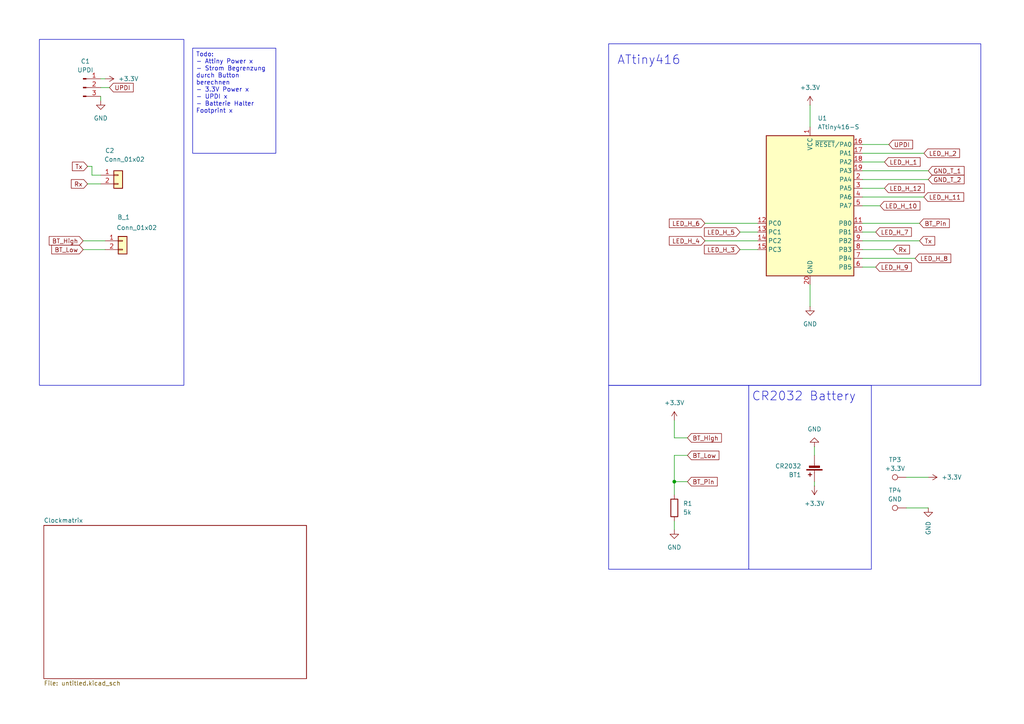
<source format=kicad_sch>
(kicad_sch (version 20231120) (generator "eeschema") (generator_version "8.0")
  (paper "A4")
  (lib_symbols
    (symbol "Connector:Conn_01x03_Pin" (pin_names (offset 1.016) hide)
      (property "Reference" "J" (at 0 5.08 0))
      (property "Value" "Conn_01x03_Pin" (at 0 -5.08 0))
      (symbol "Conn_01x03_Pin_1_1"
        (polyline (pts (xy 1.27 -2.54) (xy 0.8636 -2.54)) (stroke (width 0.1524)))
        (polyline (pts (xy 1.27 0) (xy 0.8636 0)) (stroke (width 0.1524)))
        (polyline (pts (xy 1.27 2.54) (xy 0.8636 2.54)) (stroke (width 0.1524)))
        (rectangle (start 0.8636 -2.413) (end 0 -2.667) (stroke (width 0.1524)) (fill (type outline)))
        (rectangle (start 0.8636 0.127) (end 0 -0.127) (stroke (width 0.1524)) (fill (type outline)))
        (rectangle (start 0.8636 2.667) (end 0 2.413) (stroke (width 0.1524)) (fill (type outline)))
        (pin passive line (at 5.08 2.54 180) (length 3.81) (name "Pin_1") (number "1"))
        (pin passive line (at 5.08 0 180) (length 3.81) (name "Pin_2") (number "2"))
        (pin passive line (at 5.08 -2.54 180) (length 3.81) (name "Pin_3") (number "3"))
      )
    )
    (symbol "Connector:TestPoint" (pin_numbers hide) (pin_names (offset 0.762) hide)
      (property "Reference" "TP" (at 0 6.858 0))
      (property "Value" "TestPoint" (at 0 5.08 0))
      (symbol "TestPoint_0_1"
        (circle (center 0 3.302) (radius 0.762))
      )
      (symbol "TestPoint_1_1"
        (pin passive line (at 0 0 90) (length 2.54) (name "1") (number "1"))
      )
    )
    (symbol "Connector_Generic:Conn_01x02" (pin_names (offset 1.016) hide)
      (property "Reference" "J" (at 0 2.54 0))
      (property "Value" "Conn_01x02" (at 0 -5.08 0))
      (symbol "Conn_01x02_1_1"
        (rectangle (start -1.27 -2.413) (end 0 -2.667) (stroke (width 0.1524)))
        (rectangle (start -1.27 0.127) (end 0 -0.127) (stroke (width 0.1524)))
        (rectangle (start -1.27 1.27) (end 1.27 -3.81) (stroke (width 0.254)) (fill (type background)))
        (pin passive line (at -5.08 0 0) (length 3.81) (name "Pin_1") (number "1"))
        (pin passive line (at -5.08 -2.54 0) (length 3.81) (name "Pin_2") (number "2"))
      )
    )
    (symbol "Device:Battery_Cell" (pin_numbers hide) (pin_names (offset 0) hide)
      (property "Reference" "BT" (at 2.54 2.54 0))
      (property "Value" "Battery_Cell" (at 2.54 0 0))
      (symbol "Battery_Cell_0_1"
        (rectangle (start -2.286 1.778) (end 2.286 1.524) (fill (type outline)))
        (rectangle (start -1.524 1.016) (end 1.524 0.508) (fill (type outline)))
        (polyline (pts (xy 0 0.762) (xy 0 0)))
        (polyline (pts (xy 0 1.778) (xy 0 2.54)))
        (polyline (pts (xy 0.762 3.048) (xy 1.778 3.048)) (stroke (width 0.254)))
        (polyline (pts (xy 1.27 3.556) (xy 1.27 2.54)) (stroke (width 0.254)))
      )
      (symbol "Battery_Cell_1_1"
        (pin passive line (at 0 5.08 270) (length 2.54) (name "+") (number "1"))
        (pin passive line (at 0 -2.54 90) (length 2.54) (name "-") (number "2"))
      )
    )
    (symbol "Device:R" (pin_numbers hide) (pin_names (offset 0))
      (property "Reference" "R" (at 2.032 0 90))
      (property "Value" "R" (at 0 0 90))
      (symbol "R_0_1"
        (rectangle (start -1.016 -2.54) (end 1.016 2.54) (stroke (width 0.254)))
      )
      (symbol "R_1_1"
        (pin passive line (at 0 3.81 270) (length 1.27) (name "~") (number "1"))
        (pin passive line (at 0 -3.81 90) (length 1.27) (name "~") (number "2"))
      )
    )
    (symbol "MCU_Microchip_ATtiny:ATtiny416-S"
      (property "Reference" "U" (at -12.7 21.59 0))
      (property "Value" "ATtiny416-S" (at 2.54 -21.59 0))
      (symbol "ATtiny416-S_0_1"
        (rectangle (start -12.7 -20.32) (end 12.7 20.32) (stroke (width 0.254)) (fill (type background)))
      )
      (symbol "ATtiny416-S_1_1"
        (pin power_in line (at 0 22.86 270) (length 2.54) (name "VCC") (number "1"))
        (pin bidirectional line (at 15.24 -7.62 180) (length 2.54) (name "PB1") (number "10"))
        (pin bidirectional line (at 15.24 -5.08 180) (length 2.54) (name "PB0") (number "11"))
        (pin bidirectional line (at -15.24 -5.08 0) (length 2.54) (name "PC0") (number "12"))
        (pin bidirectional line (at -15.24 -7.62 0) (length 2.54) (name "PC1") (number "13"))
        (pin bidirectional line (at -15.24 -10.16 0) (length 2.54) (name "PC2") (number "14"))
        (pin bidirectional line (at -15.24 -12.7 0) (length 2.54) (name "PC3") (number "15"))
        (pin bidirectional line (at 15.24 17.78 180) (length 2.54) (name "~{RESET}/PA0") (number "16"))
        (pin bidirectional line (at 15.24 15.24 180) (length 2.54) (name "PA1") (number "17"))
        (pin bidirectional line (at 15.24 12.7 180) (length 2.54) (name "PA2") (number "18"))
        (pin bidirectional line (at 15.24 10.16 180) (length 2.54) (name "PA3") (number "19"))
        (pin bidirectional line (at 15.24 7.62 180) (length 2.54) (name "PA4") (number "2"))
        (pin power_in line (at 0 -22.86 90) (length 2.54) (name "GND") (number "20"))
        (pin bidirectional line (at 15.24 5.08 180) (length 2.54) (name "PA5") (number "3"))
        (pin bidirectional line (at 15.24 2.54 180) (length 2.54) (name "PA6") (number "4"))
        (pin bidirectional line (at 15.24 0 180) (length 2.54) (name "PA7") (number "5"))
        (pin bidirectional line (at 15.24 -17.78 180) (length 2.54) (name "PB5") (number "6"))
        (pin bidirectional line (at 15.24 -15.24 180) (length 2.54) (name "PB4") (number "7"))
        (pin bidirectional line (at 15.24 -12.7 180) (length 2.54) (name "PB3") (number "8"))
        (pin bidirectional line (at 15.24 -10.16 180) (length 2.54) (name "PB2") (number "9"))
      )
    )
    (symbol "power:+3.3V" (power) (pin_numbers hide) (pin_names (offset 0) hide)
      (property "Value" "+3.3V" (at 0 3.556 0))
      (symbol "+3.3V_0_1"
        (polyline (pts (xy -0.762 1.27) (xy 0 2.54)))
        (polyline (pts (xy 0 0) (xy 0 2.54)))
        (polyline (pts (xy 0 2.54) (xy 0.762 1.27)))
      )
      (symbol "+3.3V_1_1"
        (pin power_in line (at 0 0 90) (length 0) (name "~") (number "1"))
      )
    )
    (symbol "power:GND" (power) (pin_numbers hide) (pin_names (offset 0) hide)
      (property "Value" "GND" (at 0 -3.81 0))
      (symbol "GND_0_1"
        (polyline (pts (xy 0 0) (xy 0 -1.27) (xy 1.27 -1.27) (xy 0 -2.54) (xy -1.27 -1.27) (xy 0 -1.27)))
      )
      (symbol "GND_1_1"
        (pin power_in line (at 0 0 270) (length 0) (name "~") (number "1"))
      )
    )
  )
  (junction (at 195.58 139.7))
  (wire (pts (xy 29.21 25.4) (xy 31.75 25.4)))
  (wire (pts (xy 24.13 72.39) (xy 30.48 72.39)))
  (wire (pts (xy 25.4 48.26) (xy 26.67 48.26)))
  (wire (pts (xy 236.22 132.08) (xy 236.22 129.54)))
  (wire (pts (xy 250.19 72.39) (xy 259.08 72.39)))
  (wire (pts (xy 236.22 140.97) (xy 236.22 139.7)))
  (wire (pts (xy 250.19 44.45) (xy 267.97 44.45)))
  (wire (pts (xy 250.19 67.31) (xy 254 67.31)))
  (wire (pts (xy 250.19 77.47) (xy 254 77.47)))
  (wire (pts (xy 195.58 139.7) (xy 195.58 143.51)))
  (wire (pts (xy 265.43 74.93) (xy 250.19 74.93)))
  (wire (pts (xy 262.89 138.43) (xy 269.24 138.43)))
  (wire (pts (xy 195.58 132.08) (xy 195.58 139.7)))
  (wire (pts (xy 26.67 50.8) (xy 29.21 50.8)))
  (wire (pts (xy 262.89 147.32) (xy 269.24 147.32)))
  (wire (pts (xy 195.58 151.13) (xy 195.58 153.67)))
  (wire (pts (xy 30.48 22.86) (xy 29.21 22.86)))
  (wire (pts (xy 195.58 139.7) (xy 199.39 139.7)))
  (wire (pts (xy 24.13 69.85) (xy 30.48 69.85)))
  (wire (pts (xy 29.21 29.21) (xy 29.21 27.94)))
  (wire (pts (xy 214.63 72.39) (xy 219.71 72.39)))
  (wire (pts (xy 250.19 57.15) (xy 267.97 57.15)))
  (wire (pts (xy 250.19 59.69) (xy 255.27 59.69)))
  (wire (pts (xy 26.67 48.26) (xy 26.67 50.8)))
  (wire (pts (xy 234.95 88.9) (xy 234.95 82.55)))
  (wire (pts (xy 25.4 53.34) (xy 29.21 53.34)))
  (wire (pts (xy 250.19 41.91) (xy 257.81 41.91)))
  (wire (pts (xy 195.58 121.92) (xy 195.58 127)))
  (wire (pts (xy 250.19 54.61) (xy 256.54 54.61)))
  (wire (pts (xy 199.39 132.08) (xy 195.58 132.08)))
  (wire (pts (xy 204.47 69.85) (xy 219.71 69.85)))
  (wire (pts (xy 250.19 69.85) (xy 266.7 69.85)))
  (wire (pts (xy 250.19 46.99) (xy 256.54 46.99)))
  (wire (pts (xy 250.19 52.07) (xy 269.24 52.07)))
  (wire (pts (xy 234.95 30.48) (xy 234.95 36.83)))
  (wire (pts (xy 195.58 127) (xy 199.39 127)))
  (wire (pts (xy 214.63 67.31) (xy 219.71 67.31)))
  (wire (pts (xy 250.19 64.77) (xy 266.7 64.77)))
  (wire (pts (xy 204.47 64.77) (xy 219.71 64.77)))
  (wire (pts (xy 250.19 49.53) (xy 269.24 49.53)))
  (rectangle (start 217.17 111.76) (end 252.73 165.1))
  (rectangle (start 11.43 11.43) (end 53.34 111.76))
  (rectangle (start 176.53 111.76) (end 217.17 165.1))
  (rectangle (start 176.53 12.7) (end 284.48 111.76))
  (text_box "Todo:\n- Attiny Power x\n- Strom Begrenzung durch Button berechnen\n- 3.3V Power x\n- UPDI x\n- Batterie Halter Footprint x\n" (at 55.88 13.97 0) (size 24.13 30.48) (effects (font (size 1.27 1.27)) (justify left top)))
  (text "CR2032 Battery\n" (at 233.172 115.062 0) (effects (font (size 2.54 2.54))))
  (text "ATtiny416\n" (at 188.214 17.526 0) (effects (font (size 2.54 2.54))))
  (global_label "UPDI" (shape input) (at 257.81 41.91 0) (property "Intersheetrefs" "${INTERSHEET_REFS}" (effects (hide yes))))
  (global_label "BT_Pin" (shape input) (at 266.7 64.77 0) (property "Intersheetrefs" "${INTERSHEET_REFS}" (effects (hide yes))))
  (global_label "UPDI" (shape input) (at 31.75 25.4 0) (property "Intersheetrefs" "${INTERSHEET_REFS}" (effects (hide yes))))
  (global_label "LED_H_11" (shape input) (at 267.97 57.15 0) (property "Intersheetrefs" "${INTERSHEET_REFS}" (effects (hide yes))))
  (global_label "LED_H_3" (shape input) (at 214.63 72.39 180) (property "Intersheetrefs" "${INTERSHEET_REFS}" (effects (hide yes))))
  (global_label "Tx" (shape input) (at 25.4 48.26 180) (property "Intersheetrefs" "${INTERSHEET_REFS}" (effects (hide yes))))
  (global_label "LED_H_7" (shape input) (at 254 67.31 0) (property "Intersheetrefs" "${INTERSHEET_REFS}" (effects (hide yes))))
  (global_label "LED_H_2" (shape input) (at 267.97 44.45 0) (property "Intersheetrefs" "${INTERSHEET_REFS}" (effects (hide yes))))
  (global_label "BT_Low" (shape input) (at 199.39 132.08 0) (property "Intersheetrefs" "${INTERSHEET_REFS}" (effects (hide yes))))
  (global_label "LED_H_10" (shape input) (at 255.27 59.69 0) (property "Intersheetrefs" "${INTERSHEET_REFS}" (effects (hide yes))))
  (global_label "GND_T_2" (shape input) (at 269.24 52.07 0) (property "Intersheetrefs" "${INTERSHEET_REFS}" (effects (hide yes))))
  (global_label "Rx" (shape input) (at 25.4 53.34 180) (property "Intersheetrefs" "${INTERSHEET_REFS}" (effects (hide yes))))
  (global_label "Tx" (shape input) (at 266.7 69.85 0) (property "Intersheetrefs" "${INTERSHEET_REFS}" (effects (hide yes))))
  (global_label "LED_H_6" (shape input) (at 204.47 64.77 180) (property "Intersheetrefs" "${INTERSHEET_REFS}" (effects (hide yes))))
  (global_label "LED_H_5" (shape input) (at 214.63 67.31 180) (property "Intersheetrefs" "${INTERSHEET_REFS}" (effects (hide yes))))
  (global_label "BT_Pin" (shape input) (at 199.39 139.7 0) (property "Intersheetrefs" "${INTERSHEET_REFS}" (effects (hide yes))))
  (global_label "Rx" (shape input) (at 259.08 72.39 0) (property "Intersheetrefs" "${INTERSHEET_REFS}" (effects (hide yes))))
  (global_label "LED_H_12" (shape input) (at 256.54 54.61 0) (property "Intersheetrefs" "${INTERSHEET_REFS}" (effects (hide yes))))
  (global_label "LED_H_4" (shape input) (at 204.47 69.85 180) (property "Intersheetrefs" "${INTERSHEET_REFS}" (effects (hide yes))))
  (global_label "LED_H_9" (shape input) (at 254 77.47 0) (property "Intersheetrefs" "${INTERSHEET_REFS}" (effects (hide yes))))
  (global_label "LED_H_8" (shape input) (at 265.43 74.93 0) (property "Intersheetrefs" "${INTERSHEET_REFS}" (effects (hide yes))))
  (global_label "BT_High" (shape input) (at 24.13 69.85 180) (property "Intersheetrefs" "${INTERSHEET_REFS}" (effects (hide yes))))
  (global_label "GND_T_1" (shape input) (at 269.24 49.53 0) (property "Intersheetrefs" "${INTERSHEET_REFS}" (effects (hide yes))))
  (global_label "BT_Low" (shape input) (at 24.13 72.39 180) (property "Intersheetrefs" "${INTERSHEET_REFS}" (effects (hide yes))))
  (global_label "LED_H_1" (shape input) (at 256.54 46.99 0) (property "Intersheetrefs" "${INTERSHEET_REFS}" (effects (hide yes))))
  (global_label "BT_High" (shape input) (at 199.39 127 0) (property "Intersheetrefs" "${INTERSHEET_REFS}" (effects (hide yes))))
  (symbol (lib_id "Device:R") (at 195.58 147.32 0) (unit 1)
    (property "Reference" "R1" (at 198.12 146.0499 0) (effects (justify left)))
    (property "Value" "5k" (at 198.12 148.5899 0) (effects (justify left)))
    (property "Footprint" "Resistor_SMD:R_0805_2012Metric_Pad1.20x1.40mm_HandSolder" (effects (hide yes)))
    (property "Description" "Resistor" (effects (hide yes)))
  )
  (symbol (lib_id "power:GND") (at 269.24 147.32 0) (unit 1)
    (property "Reference" "#PWR015" (effects (hide yes)))
    (property "Value" "GND" (at 269.2401 151.13 90) (effects (justify right)))
    (property "Description" "Power symbol creates a global label with name \"GND\" , ground" (effects (hide yes)))
  )
  (symbol (lib_id "power:+3.3V") (at 195.58 121.92 0) (unit 1)
    (property "Reference" "#PWR04" (effects (hide yes)))
    (property "Value" "+3.3V" (at 195.58 116.84 0))
    (property "Description" "Power symbol creates a global label with name \"+3.3V\"" (effects (hide yes)))
  )
  (symbol (lib_id "power:GND") (at 236.22 129.54 180) (unit 1)
    (property "Reference" "#PWR012" (effects (hide yes)))
    (property "Value" "GND" (at 236.22 124.46 0))
    (property "Description" "Power symbol creates a global label with name \"GND\" , ground" (effects (hide yes)))
  )
  (symbol (lib_id "MCU_Microchip_ATtiny:ATtiny416-S") (at 234.95 59.69 0) (unit 1)
    (property "Reference" "U1" (at 237.1441 34.29 0) (effects (justify left)))
    (property "Value" "ATtiny416-S" (at 237.1441 36.83 0) (effects (justify left)))
    (property "Footprint" "Package_SO:SOIC-20W_7.5x12.8mm_P1.27mm" (effects (hide yes)))
    (property "Datasheet" "http://ww1.microchip.com/downloads/en/DeviceDoc/40001913A.pdf" (effects (hide yes)))
    (property "Description" "20MHz, 4kB Flash, 256B SRAM, 128B EEPROM, SOIC-20" (effects (hide yes)))
  )
  (symbol (lib_id "power:+3.3V") (at 30.48 22.86 270) (unit 1)
    (property "Reference" "#PWR08" (effects (hide yes)))
    (property "Value" "+3.3V" (at 34.29 22.8599 90) (effects (justify left)))
    (property "Description" "Power symbol creates a global label with name \"+3.3V\"" (effects (hide yes)))
  )
  (symbol (lib_id "Connector_Generic:Conn_01x02") (at 35.56 69.85 0) (unit 1)
    (property "Reference" "B_1" (at 34.036 62.992 0) (effects (justify left)))
    (property "Value" "Conn_01x02" (at 33.782 66.04 0) (effects (justify left)))
    (property "Footprint" "Connector_PinHeader_2.54mm:PinHeader_1x02_P2.54mm_Vertical" (effects (hide yes)))
    (property "Description" "Generic connector, single row, 01x02, script generated (kicad-library-utils/schlib/autogen/connector/)" (effects (hide yes)))
  )
  (symbol (lib_id "power:+3.3V") (at 269.24 138.43 270) (unit 1)
    (property "Reference" "#PWR016" (effects (hide yes)))
    (property "Value" "+3.3V" (at 273.05 138.4299 90) (effects (justify left)))
    (property "Description" "Power symbol creates a global label with name \"+3.3V\"" (effects (hide yes)))
  )
  (symbol (lib_id "power:+3.3V") (at 234.95 30.48 0) (unit 1)
    (property "Reference" "#PWR02" (effects (hide yes)))
    (property "Value" "+3.3V" (at 234.95 25.4 0))
    (property "Description" "Power symbol creates a global label with name \"+3.3V\"" (effects (hide yes)))
  )
  (symbol (lib_id "power:GND") (at 234.95 88.9 0) (unit 1)
    (property "Reference" "#PWR03" (effects (hide yes)))
    (property "Value" "GND" (at 234.95 93.98 0))
    (property "Description" "Power symbol creates a global label with name \"GND\" , ground" (effects (hide yes)))
  )
  (symbol (lib_id "Connector:Conn_01x03_Pin") (at 24.13 25.4 0) (unit 1)
    (property "Reference" "C1" (at 24.765 17.78 0))
    (property "Value" "UPDI" (at 24.765 20.32 0))
    (property "Footprint" "Connector_PinHeader_2.54mm:PinHeader_1x03_P2.54mm_Vertical" (effects (hide yes)))
    (property "Description" "Generic connector, single row, 01x03, script generated" (effects (hide yes)))
  )
  (symbol (lib_id "power:GND") (at 29.21 29.21 0) (unit 1)
    (property "Reference" "#PWR09" (effects (hide yes)))
    (property "Value" "GND" (at 29.21 34.29 0))
    (property "Description" "Power symbol creates a global label with name \"GND\" , ground" (effects (hide yes)))
  )
  (symbol (lib_id "Connector:TestPoint") (at 262.89 147.32 90) (unit 1)
    (property "Reference" "TP4" (at 259.588 142.24 90))
    (property "Value" "GND" (at 259.588 144.78 90))
    (property "Footprint" "TestPoint:TestPoint_Pad_D2.0mm" (effects (hide yes)))
    (property "Description" "test point" (effects (hide yes)))
  )
  (symbol (lib_id "Connector_Generic:Conn_01x02") (at 34.29 50.8 0) (unit 1)
    (property "Reference" "C2" (at 30.48 43.688 0) (effects (justify left)))
    (property "Value" "Conn_01x02" (at 30.226 46.228 0) (effects (justify left)))
    (property "Footprint" "Connector_PinHeader_2.54mm:PinHeader_1x02_P2.54mm_Vertical" (effects (hide yes)))
    (property "Description" "Generic connector, single row, 01x02, script generated (kicad-library-utils/schlib/autogen/connector/)" (effects (hide yes)))
  )
  (symbol (lib_id "Device:Battery_Cell") (at 236.22 134.62 180) (unit 1)
    (property "Reference" "BT1" (at 232.41 137.7316 0) (effects (justify left)))
    (property "Value" "CR2032" (at 232.41 135.1916 0) (effects (justify left)))
    (property "Footprint" "Battery:Keystone 1070" (effects (hide yes)))
    (property "Description" "Single-cell battery" (effects (hide yes)))
  )
  (symbol (lib_id "Connector:TestPoint") (at 262.89 138.43 90) (unit 1)
    (property "Reference" "TP3" (at 259.588 133.35 90))
    (property "Value" "+3.3V" (at 259.588 135.89 90))
    (property "Footprint" "TestPoint:TestPoint_Pad_D2.0mm" (effects (hide yes)))
    (property "Description" "test point" (effects (hide yes)))
  )
  (symbol (lib_id "power:+3.3V") (at 236.22 140.97 180) (unit 1)
    (property "Reference" "#PWR011" (effects (hide yes)))
    (property "Value" "+3.3V" (at 236.22 146.05 0))
    (property "Description" "Power symbol creates a global label with name \"+3.3V\"" (effects (hide yes)))
  )
  (symbol (lib_id "power:GND") (at 195.58 153.67 0) (mirror y) (unit 1)
    (property "Reference" "#PWR05" (effects (hide yes)))
    (property "Value" "GND" (at 195.58 158.75 0))
    (property "Description" "Power symbol creates a global label with name \"GND\" , ground" (effects (hide yes)))
  )
  (sheet (at 12.7 152.4) (size 76.2 44.45) (stroke (width 0.1524))
    (property "Sheetname" "Clockmatrix" (at 12.7 151.6884 0) (effects (justify left bottom)))
    (property "Sheetfile" "untitled.kicad_sch" (at 12.7 197.4346 0) (effects (justify left top)))
  )
)
</source>
